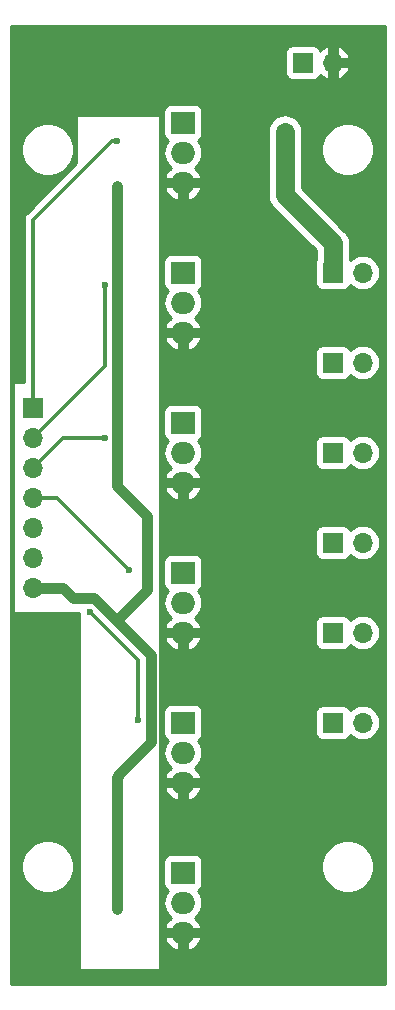
<source format=gbr>
G04 #@! TF.GenerationSoftware,KiCad,Pcbnew,(5.1.4)-1*
G04 #@! TF.CreationDate,2020-11-11T12:39:36-07:00*
G04 #@! TF.ProjectId,ABSIS_Solenoid_Driver_Accessory,41425349-535f-4536-9f6c-656e6f69645f,1*
G04 #@! TF.SameCoordinates,Original*
G04 #@! TF.FileFunction,Copper,L2,Bot*
G04 #@! TF.FilePolarity,Positive*
%FSLAX46Y46*%
G04 Gerber Fmt 4.6, Leading zero omitted, Abs format (unit mm)*
G04 Created by KiCad (PCBNEW (5.1.4)-1) date 2020-11-11 12:39:36*
%MOMM*%
%LPD*%
G04 APERTURE LIST*
%ADD10R,1.700000X1.700000*%
%ADD11O,1.700000X1.700000*%
%ADD12O,2.000000X1.905000*%
%ADD13R,2.000000X1.905000*%
%ADD14C,0.600000*%
%ADD15C,1.500000*%
%ADD16C,0.914400*%
%ADD17C,1.625600*%
%ADD18C,0.304800*%
%ADD19C,0.254000*%
G04 APERTURE END LIST*
D10*
X156210000Y-52070000D03*
D11*
X158750000Y-52070000D03*
D10*
X133350000Y-81280000D03*
D11*
X133350000Y-83820000D03*
X133350000Y-86360000D03*
X133350000Y-88900000D03*
X133350000Y-91440000D03*
X133350000Y-93980000D03*
X133350000Y-96520000D03*
X161290000Y-69850000D03*
D10*
X158750000Y-69850000D03*
X158750000Y-77470000D03*
D11*
X161290000Y-77470000D03*
X161290000Y-85090000D03*
D10*
X158750000Y-85090000D03*
X158750000Y-92710000D03*
D11*
X161290000Y-92710000D03*
X161290000Y-100330000D03*
D10*
X158750000Y-100330000D03*
X158750000Y-107950000D03*
D11*
X161290000Y-107950000D03*
D12*
X146050000Y-62230000D03*
X146050000Y-59690000D03*
D13*
X146050000Y-57150000D03*
D12*
X146050000Y-74930000D03*
X146050000Y-72390000D03*
D13*
X146050000Y-69850000D03*
X146050000Y-82550000D03*
D12*
X146050000Y-85090000D03*
X146050000Y-87630000D03*
X146050000Y-100330000D03*
X146050000Y-97790000D03*
D13*
X146050000Y-95250000D03*
X146050000Y-107950000D03*
D12*
X146050000Y-110490000D03*
X146050000Y-113030000D03*
D13*
X146050000Y-120650000D03*
D12*
X146050000Y-123190000D03*
X146050000Y-125730000D03*
D14*
X140462000Y-99314000D03*
X140462000Y-62484000D03*
X140462000Y-75184000D03*
X140462000Y-87884000D03*
X140462000Y-123698000D03*
X140462000Y-112522000D03*
D15*
X154686000Y-57912000D03*
X154686000Y-61722000D03*
X154686000Y-59944000D03*
D14*
X140462000Y-58674000D03*
X139446000Y-70866000D03*
X139446000Y-83820000D03*
X141478000Y-94996000D03*
X142240000Y-107696000D03*
X138176000Y-98552000D03*
D16*
X136739999Y-97369999D02*
X138517999Y-97369999D01*
X135890000Y-96520000D02*
X136739999Y-97369999D01*
X138517999Y-97369999D02*
X140462000Y-99314000D01*
X140462000Y-99314000D02*
X140462000Y-99314000D01*
X140462000Y-75184000D02*
X140462000Y-62484000D01*
X140462000Y-87884000D02*
X140462000Y-75184000D01*
X140462000Y-112522000D02*
X140462000Y-123698000D01*
X135890000Y-96520000D02*
X133350000Y-96520000D01*
X140761999Y-99014001D02*
X140462000Y-99314000D01*
X140462000Y-87884000D02*
X143049609Y-90471609D01*
X143049609Y-96726391D02*
X140761999Y-99014001D01*
X143049609Y-90471609D02*
X143049609Y-96726391D01*
X140462000Y-99314000D02*
X143354410Y-102206410D01*
X143354410Y-102206410D02*
X143354410Y-109629590D01*
X140761999Y-112222001D02*
X140462000Y-112522000D01*
X143354410Y-109629590D02*
X140761999Y-112222001D01*
D17*
X158750000Y-67374400D02*
X154686000Y-63310400D01*
X158750000Y-69850000D02*
X158750000Y-67374400D01*
X154686000Y-63310400D02*
X154686000Y-57912000D01*
D18*
X133350000Y-80125200D02*
X133350000Y-81280000D01*
X133350000Y-65361736D02*
X133350000Y-80125200D01*
X140037736Y-58674000D02*
X133350000Y-65361736D01*
X140462000Y-58674000D02*
X140037736Y-58674000D01*
X139446000Y-77724000D02*
X133350000Y-83820000D01*
X139446000Y-70866000D02*
X139446000Y-77724000D01*
X135890000Y-83820000D02*
X133350000Y-86360000D01*
X139446000Y-83820000D02*
X135890000Y-83820000D01*
X133350000Y-88900000D02*
X134874000Y-88900000D01*
X135382000Y-88900000D02*
X134874000Y-88900000D01*
X141478000Y-94996000D02*
X135382000Y-88900000D01*
X142240000Y-107696000D02*
X142240000Y-102616000D01*
X142240000Y-102616000D02*
X138176000Y-98552000D01*
D19*
G36*
X163145000Y-130125000D02*
G01*
X131495000Y-130125000D01*
X131495000Y-119921872D01*
X132385000Y-119921872D01*
X132385000Y-120362128D01*
X132470890Y-120793925D01*
X132639369Y-121200669D01*
X132883962Y-121566729D01*
X133195271Y-121878038D01*
X133561331Y-122122631D01*
X133968075Y-122291110D01*
X134399872Y-122377000D01*
X134840128Y-122377000D01*
X135271925Y-122291110D01*
X135678669Y-122122631D01*
X136044729Y-121878038D01*
X136356038Y-121566729D01*
X136600631Y-121200669D01*
X136769110Y-120793925D01*
X136855000Y-120362128D01*
X136855000Y-119921872D01*
X136769110Y-119490075D01*
X136600631Y-119083331D01*
X136356038Y-118717271D01*
X136044729Y-118405962D01*
X135678669Y-118161369D01*
X135271925Y-117992890D01*
X134840128Y-117907000D01*
X134399872Y-117907000D01*
X133968075Y-117992890D01*
X133561331Y-118161369D01*
X133195271Y-118405962D01*
X132883962Y-118717271D01*
X132639369Y-119083331D01*
X132470890Y-119490075D01*
X132385000Y-119921872D01*
X131495000Y-119921872D01*
X131495000Y-79248000D01*
X131699000Y-79248000D01*
X131699000Y-98552000D01*
X131701440Y-98576776D01*
X131708667Y-98600601D01*
X131720403Y-98622557D01*
X131736197Y-98641803D01*
X131755443Y-98657597D01*
X131777399Y-98669333D01*
X131801224Y-98676560D01*
X131826000Y-98679000D01*
X137247944Y-98679000D01*
X137276932Y-98824729D01*
X137287000Y-98849036D01*
X137287000Y-128778000D01*
X137289440Y-128802776D01*
X137296667Y-128826601D01*
X137308403Y-128848557D01*
X137324197Y-128867803D01*
X137343443Y-128883597D01*
X137365399Y-128895333D01*
X137389224Y-128902560D01*
X137414000Y-128905000D01*
X144018000Y-128905000D01*
X144042776Y-128902560D01*
X144066601Y-128895333D01*
X144088557Y-128883597D01*
X144107803Y-128867803D01*
X144123597Y-128848557D01*
X144135333Y-128826601D01*
X144142560Y-128802776D01*
X144145000Y-128778000D01*
X144145000Y-126294078D01*
X144518596Y-126294078D01*
X144578257Y-126421764D01*
X144740580Y-126686328D01*
X144951398Y-126914141D01*
X145202609Y-127096448D01*
X145484559Y-127226243D01*
X145725000Y-127130096D01*
X145725000Y-126055000D01*
X146375000Y-126055000D01*
X146375000Y-127130096D01*
X146615441Y-127226243D01*
X146897391Y-127096448D01*
X147148602Y-126914141D01*
X147359420Y-126686328D01*
X147521743Y-126421764D01*
X147581404Y-126294078D01*
X147488795Y-126055000D01*
X146375000Y-126055000D01*
X145725000Y-126055000D01*
X144611205Y-126055000D01*
X144518596Y-126294078D01*
X144145000Y-126294078D01*
X144145000Y-123190000D01*
X144407319Y-123190000D01*
X144437970Y-123501204D01*
X144528745Y-123800449D01*
X144676155Y-124076235D01*
X144874537Y-124317963D01*
X145057980Y-124468511D01*
X144951398Y-124545859D01*
X144740580Y-124773672D01*
X144578257Y-125038236D01*
X144518596Y-125165922D01*
X144611205Y-125405000D01*
X145725000Y-125405000D01*
X145725000Y-125385000D01*
X146375000Y-125385000D01*
X146375000Y-125405000D01*
X147488795Y-125405000D01*
X147581404Y-125165922D01*
X147521743Y-125038236D01*
X147359420Y-124773672D01*
X147148602Y-124545859D01*
X147042020Y-124468511D01*
X147225463Y-124317963D01*
X147423845Y-124076235D01*
X147571255Y-123800449D01*
X147662030Y-123501204D01*
X147692681Y-123190000D01*
X147662030Y-122878796D01*
X147571255Y-122579551D01*
X147423845Y-122303765D01*
X147320554Y-122177905D01*
X147404494Y-122133037D01*
X147501185Y-122053685D01*
X147580537Y-121956994D01*
X147639502Y-121846680D01*
X147675812Y-121726982D01*
X147688072Y-121602500D01*
X147688072Y-119921872D01*
X157785000Y-119921872D01*
X157785000Y-120362128D01*
X157870890Y-120793925D01*
X158039369Y-121200669D01*
X158283962Y-121566729D01*
X158595271Y-121878038D01*
X158961331Y-122122631D01*
X159368075Y-122291110D01*
X159799872Y-122377000D01*
X160240128Y-122377000D01*
X160671925Y-122291110D01*
X161078669Y-122122631D01*
X161444729Y-121878038D01*
X161756038Y-121566729D01*
X162000631Y-121200669D01*
X162169110Y-120793925D01*
X162255000Y-120362128D01*
X162255000Y-119921872D01*
X162169110Y-119490075D01*
X162000631Y-119083331D01*
X161756038Y-118717271D01*
X161444729Y-118405962D01*
X161078669Y-118161369D01*
X160671925Y-117992890D01*
X160240128Y-117907000D01*
X159799872Y-117907000D01*
X159368075Y-117992890D01*
X158961331Y-118161369D01*
X158595271Y-118405962D01*
X158283962Y-118717271D01*
X158039369Y-119083331D01*
X157870890Y-119490075D01*
X157785000Y-119921872D01*
X147688072Y-119921872D01*
X147688072Y-119697500D01*
X147675812Y-119573018D01*
X147639502Y-119453320D01*
X147580537Y-119343006D01*
X147501185Y-119246315D01*
X147404494Y-119166963D01*
X147294180Y-119107998D01*
X147174482Y-119071688D01*
X147050000Y-119059428D01*
X145050000Y-119059428D01*
X144925518Y-119071688D01*
X144805820Y-119107998D01*
X144695506Y-119166963D01*
X144598815Y-119246315D01*
X144519463Y-119343006D01*
X144460498Y-119453320D01*
X144424188Y-119573018D01*
X144411928Y-119697500D01*
X144411928Y-121602500D01*
X144424188Y-121726982D01*
X144460498Y-121846680D01*
X144519463Y-121956994D01*
X144598815Y-122053685D01*
X144695506Y-122133037D01*
X144779446Y-122177905D01*
X144676155Y-122303765D01*
X144528745Y-122579551D01*
X144437970Y-122878796D01*
X144407319Y-123190000D01*
X144145000Y-123190000D01*
X144145000Y-113594078D01*
X144518596Y-113594078D01*
X144578257Y-113721764D01*
X144740580Y-113986328D01*
X144951398Y-114214141D01*
X145202609Y-114396448D01*
X145484559Y-114526243D01*
X145725000Y-114430096D01*
X145725000Y-113355000D01*
X146375000Y-113355000D01*
X146375000Y-114430096D01*
X146615441Y-114526243D01*
X146897391Y-114396448D01*
X147148602Y-114214141D01*
X147359420Y-113986328D01*
X147521743Y-113721764D01*
X147581404Y-113594078D01*
X147488795Y-113355000D01*
X146375000Y-113355000D01*
X145725000Y-113355000D01*
X144611205Y-113355000D01*
X144518596Y-113594078D01*
X144145000Y-113594078D01*
X144145000Y-110490000D01*
X144407319Y-110490000D01*
X144437970Y-110801204D01*
X144528745Y-111100449D01*
X144676155Y-111376235D01*
X144874537Y-111617963D01*
X145057980Y-111768511D01*
X144951398Y-111845859D01*
X144740580Y-112073672D01*
X144578257Y-112338236D01*
X144518596Y-112465922D01*
X144611205Y-112705000D01*
X145725000Y-112705000D01*
X145725000Y-112685000D01*
X146375000Y-112685000D01*
X146375000Y-112705000D01*
X147488795Y-112705000D01*
X147581404Y-112465922D01*
X147521743Y-112338236D01*
X147359420Y-112073672D01*
X147148602Y-111845859D01*
X147042020Y-111768511D01*
X147225463Y-111617963D01*
X147423845Y-111376235D01*
X147571255Y-111100449D01*
X147662030Y-110801204D01*
X147692681Y-110490000D01*
X147662030Y-110178796D01*
X147571255Y-109879551D01*
X147423845Y-109603765D01*
X147320554Y-109477905D01*
X147404494Y-109433037D01*
X147501185Y-109353685D01*
X147580537Y-109256994D01*
X147639502Y-109146680D01*
X147675812Y-109026982D01*
X147688072Y-108902500D01*
X147688072Y-107100000D01*
X157261928Y-107100000D01*
X157261928Y-108800000D01*
X157274188Y-108924482D01*
X157310498Y-109044180D01*
X157369463Y-109154494D01*
X157448815Y-109251185D01*
X157545506Y-109330537D01*
X157655820Y-109389502D01*
X157775518Y-109425812D01*
X157900000Y-109438072D01*
X159600000Y-109438072D01*
X159724482Y-109425812D01*
X159844180Y-109389502D01*
X159954494Y-109330537D01*
X160051185Y-109251185D01*
X160130537Y-109154494D01*
X160189502Y-109044180D01*
X160210393Y-108975313D01*
X160234866Y-109005134D01*
X160460986Y-109190706D01*
X160718966Y-109328599D01*
X160998889Y-109413513D01*
X161217050Y-109435000D01*
X161362950Y-109435000D01*
X161581111Y-109413513D01*
X161861034Y-109328599D01*
X162119014Y-109190706D01*
X162345134Y-109005134D01*
X162530706Y-108779014D01*
X162668599Y-108521034D01*
X162753513Y-108241111D01*
X162782185Y-107950000D01*
X162753513Y-107658889D01*
X162668599Y-107378966D01*
X162530706Y-107120986D01*
X162345134Y-106894866D01*
X162119014Y-106709294D01*
X161861034Y-106571401D01*
X161581111Y-106486487D01*
X161362950Y-106465000D01*
X161217050Y-106465000D01*
X160998889Y-106486487D01*
X160718966Y-106571401D01*
X160460986Y-106709294D01*
X160234866Y-106894866D01*
X160210393Y-106924687D01*
X160189502Y-106855820D01*
X160130537Y-106745506D01*
X160051185Y-106648815D01*
X159954494Y-106569463D01*
X159844180Y-106510498D01*
X159724482Y-106474188D01*
X159600000Y-106461928D01*
X157900000Y-106461928D01*
X157775518Y-106474188D01*
X157655820Y-106510498D01*
X157545506Y-106569463D01*
X157448815Y-106648815D01*
X157369463Y-106745506D01*
X157310498Y-106855820D01*
X157274188Y-106975518D01*
X157261928Y-107100000D01*
X147688072Y-107100000D01*
X147688072Y-106997500D01*
X147675812Y-106873018D01*
X147639502Y-106753320D01*
X147580537Y-106643006D01*
X147501185Y-106546315D01*
X147404494Y-106466963D01*
X147294180Y-106407998D01*
X147174482Y-106371688D01*
X147050000Y-106359428D01*
X145050000Y-106359428D01*
X144925518Y-106371688D01*
X144805820Y-106407998D01*
X144695506Y-106466963D01*
X144598815Y-106546315D01*
X144519463Y-106643006D01*
X144460498Y-106753320D01*
X144424188Y-106873018D01*
X144411928Y-106997500D01*
X144411928Y-108902500D01*
X144424188Y-109026982D01*
X144460498Y-109146680D01*
X144519463Y-109256994D01*
X144598815Y-109353685D01*
X144695506Y-109433037D01*
X144779446Y-109477905D01*
X144676155Y-109603765D01*
X144528745Y-109879551D01*
X144437970Y-110178796D01*
X144407319Y-110490000D01*
X144145000Y-110490000D01*
X144145000Y-100894078D01*
X144518596Y-100894078D01*
X144578257Y-101021764D01*
X144740580Y-101286328D01*
X144951398Y-101514141D01*
X145202609Y-101696448D01*
X145484559Y-101826243D01*
X145725000Y-101730096D01*
X145725000Y-100655000D01*
X146375000Y-100655000D01*
X146375000Y-101730096D01*
X146615441Y-101826243D01*
X146897391Y-101696448D01*
X147148602Y-101514141D01*
X147359420Y-101286328D01*
X147521743Y-101021764D01*
X147581404Y-100894078D01*
X147488795Y-100655000D01*
X146375000Y-100655000D01*
X145725000Y-100655000D01*
X144611205Y-100655000D01*
X144518596Y-100894078D01*
X144145000Y-100894078D01*
X144145000Y-97790000D01*
X144407319Y-97790000D01*
X144437970Y-98101204D01*
X144528745Y-98400449D01*
X144676155Y-98676235D01*
X144874537Y-98917963D01*
X145057980Y-99068511D01*
X144951398Y-99145859D01*
X144740580Y-99373672D01*
X144578257Y-99638236D01*
X144518596Y-99765922D01*
X144611205Y-100005000D01*
X145725000Y-100005000D01*
X145725000Y-99985000D01*
X146375000Y-99985000D01*
X146375000Y-100005000D01*
X147488795Y-100005000D01*
X147581404Y-99765922D01*
X147521743Y-99638236D01*
X147424658Y-99480000D01*
X157261928Y-99480000D01*
X157261928Y-101180000D01*
X157274188Y-101304482D01*
X157310498Y-101424180D01*
X157369463Y-101534494D01*
X157448815Y-101631185D01*
X157545506Y-101710537D01*
X157655820Y-101769502D01*
X157775518Y-101805812D01*
X157900000Y-101818072D01*
X159600000Y-101818072D01*
X159724482Y-101805812D01*
X159844180Y-101769502D01*
X159954494Y-101710537D01*
X160051185Y-101631185D01*
X160130537Y-101534494D01*
X160189502Y-101424180D01*
X160210393Y-101355313D01*
X160234866Y-101385134D01*
X160460986Y-101570706D01*
X160718966Y-101708599D01*
X160998889Y-101793513D01*
X161217050Y-101815000D01*
X161362950Y-101815000D01*
X161581111Y-101793513D01*
X161861034Y-101708599D01*
X162119014Y-101570706D01*
X162345134Y-101385134D01*
X162530706Y-101159014D01*
X162668599Y-100901034D01*
X162753513Y-100621111D01*
X162782185Y-100330000D01*
X162753513Y-100038889D01*
X162668599Y-99758966D01*
X162530706Y-99500986D01*
X162345134Y-99274866D01*
X162119014Y-99089294D01*
X161861034Y-98951401D01*
X161581111Y-98866487D01*
X161362950Y-98845000D01*
X161217050Y-98845000D01*
X160998889Y-98866487D01*
X160718966Y-98951401D01*
X160460986Y-99089294D01*
X160234866Y-99274866D01*
X160210393Y-99304687D01*
X160189502Y-99235820D01*
X160130537Y-99125506D01*
X160051185Y-99028815D01*
X159954494Y-98949463D01*
X159844180Y-98890498D01*
X159724482Y-98854188D01*
X159600000Y-98841928D01*
X157900000Y-98841928D01*
X157775518Y-98854188D01*
X157655820Y-98890498D01*
X157545506Y-98949463D01*
X157448815Y-99028815D01*
X157369463Y-99125506D01*
X157310498Y-99235820D01*
X157274188Y-99355518D01*
X157261928Y-99480000D01*
X147424658Y-99480000D01*
X147359420Y-99373672D01*
X147148602Y-99145859D01*
X147042020Y-99068511D01*
X147225463Y-98917963D01*
X147423845Y-98676235D01*
X147571255Y-98400449D01*
X147662030Y-98101204D01*
X147692681Y-97790000D01*
X147662030Y-97478796D01*
X147571255Y-97179551D01*
X147423845Y-96903765D01*
X147320554Y-96777905D01*
X147404494Y-96733037D01*
X147501185Y-96653685D01*
X147580537Y-96556994D01*
X147639502Y-96446680D01*
X147675812Y-96326982D01*
X147688072Y-96202500D01*
X147688072Y-94297500D01*
X147675812Y-94173018D01*
X147639502Y-94053320D01*
X147580537Y-93943006D01*
X147501185Y-93846315D01*
X147404494Y-93766963D01*
X147294180Y-93707998D01*
X147174482Y-93671688D01*
X147050000Y-93659428D01*
X145050000Y-93659428D01*
X144925518Y-93671688D01*
X144805820Y-93707998D01*
X144695506Y-93766963D01*
X144598815Y-93846315D01*
X144519463Y-93943006D01*
X144460498Y-94053320D01*
X144424188Y-94173018D01*
X144411928Y-94297500D01*
X144411928Y-96202500D01*
X144424188Y-96326982D01*
X144460498Y-96446680D01*
X144519463Y-96556994D01*
X144598815Y-96653685D01*
X144695506Y-96733037D01*
X144779446Y-96777905D01*
X144676155Y-96903765D01*
X144528745Y-97179551D01*
X144437970Y-97478796D01*
X144407319Y-97790000D01*
X144145000Y-97790000D01*
X144145000Y-91860000D01*
X157261928Y-91860000D01*
X157261928Y-93560000D01*
X157274188Y-93684482D01*
X157310498Y-93804180D01*
X157369463Y-93914494D01*
X157448815Y-94011185D01*
X157545506Y-94090537D01*
X157655820Y-94149502D01*
X157775518Y-94185812D01*
X157900000Y-94198072D01*
X159600000Y-94198072D01*
X159724482Y-94185812D01*
X159844180Y-94149502D01*
X159954494Y-94090537D01*
X160051185Y-94011185D01*
X160130537Y-93914494D01*
X160189502Y-93804180D01*
X160210393Y-93735313D01*
X160234866Y-93765134D01*
X160460986Y-93950706D01*
X160718966Y-94088599D01*
X160998889Y-94173513D01*
X161217050Y-94195000D01*
X161362950Y-94195000D01*
X161581111Y-94173513D01*
X161861034Y-94088599D01*
X162119014Y-93950706D01*
X162345134Y-93765134D01*
X162530706Y-93539014D01*
X162668599Y-93281034D01*
X162753513Y-93001111D01*
X162782185Y-92710000D01*
X162753513Y-92418889D01*
X162668599Y-92138966D01*
X162530706Y-91880986D01*
X162345134Y-91654866D01*
X162119014Y-91469294D01*
X161861034Y-91331401D01*
X161581111Y-91246487D01*
X161362950Y-91225000D01*
X161217050Y-91225000D01*
X160998889Y-91246487D01*
X160718966Y-91331401D01*
X160460986Y-91469294D01*
X160234866Y-91654866D01*
X160210393Y-91684687D01*
X160189502Y-91615820D01*
X160130537Y-91505506D01*
X160051185Y-91408815D01*
X159954494Y-91329463D01*
X159844180Y-91270498D01*
X159724482Y-91234188D01*
X159600000Y-91221928D01*
X157900000Y-91221928D01*
X157775518Y-91234188D01*
X157655820Y-91270498D01*
X157545506Y-91329463D01*
X157448815Y-91408815D01*
X157369463Y-91505506D01*
X157310498Y-91615820D01*
X157274188Y-91735518D01*
X157261928Y-91860000D01*
X144145000Y-91860000D01*
X144145000Y-88194078D01*
X144518596Y-88194078D01*
X144578257Y-88321764D01*
X144740580Y-88586328D01*
X144951398Y-88814141D01*
X145202609Y-88996448D01*
X145484559Y-89126243D01*
X145725000Y-89030096D01*
X145725000Y-87955000D01*
X146375000Y-87955000D01*
X146375000Y-89030096D01*
X146615441Y-89126243D01*
X146897391Y-88996448D01*
X147148602Y-88814141D01*
X147359420Y-88586328D01*
X147521743Y-88321764D01*
X147581404Y-88194078D01*
X147488795Y-87955000D01*
X146375000Y-87955000D01*
X145725000Y-87955000D01*
X144611205Y-87955000D01*
X144518596Y-88194078D01*
X144145000Y-88194078D01*
X144145000Y-85090000D01*
X144407319Y-85090000D01*
X144437970Y-85401204D01*
X144528745Y-85700449D01*
X144676155Y-85976235D01*
X144874537Y-86217963D01*
X145057980Y-86368511D01*
X144951398Y-86445859D01*
X144740580Y-86673672D01*
X144578257Y-86938236D01*
X144518596Y-87065922D01*
X144611205Y-87305000D01*
X145725000Y-87305000D01*
X145725000Y-87285000D01*
X146375000Y-87285000D01*
X146375000Y-87305000D01*
X147488795Y-87305000D01*
X147581404Y-87065922D01*
X147521743Y-86938236D01*
X147359420Y-86673672D01*
X147148602Y-86445859D01*
X147042020Y-86368511D01*
X147225463Y-86217963D01*
X147423845Y-85976235D01*
X147571255Y-85700449D01*
X147662030Y-85401204D01*
X147692681Y-85090000D01*
X147662030Y-84778796D01*
X147571255Y-84479551D01*
X147443213Y-84240000D01*
X157261928Y-84240000D01*
X157261928Y-85940000D01*
X157274188Y-86064482D01*
X157310498Y-86184180D01*
X157369463Y-86294494D01*
X157448815Y-86391185D01*
X157545506Y-86470537D01*
X157655820Y-86529502D01*
X157775518Y-86565812D01*
X157900000Y-86578072D01*
X159600000Y-86578072D01*
X159724482Y-86565812D01*
X159844180Y-86529502D01*
X159954494Y-86470537D01*
X160051185Y-86391185D01*
X160130537Y-86294494D01*
X160189502Y-86184180D01*
X160210393Y-86115313D01*
X160234866Y-86145134D01*
X160460986Y-86330706D01*
X160718966Y-86468599D01*
X160998889Y-86553513D01*
X161217050Y-86575000D01*
X161362950Y-86575000D01*
X161581111Y-86553513D01*
X161861034Y-86468599D01*
X162119014Y-86330706D01*
X162345134Y-86145134D01*
X162530706Y-85919014D01*
X162668599Y-85661034D01*
X162753513Y-85381111D01*
X162782185Y-85090000D01*
X162753513Y-84798889D01*
X162668599Y-84518966D01*
X162530706Y-84260986D01*
X162345134Y-84034866D01*
X162119014Y-83849294D01*
X161861034Y-83711401D01*
X161581111Y-83626487D01*
X161362950Y-83605000D01*
X161217050Y-83605000D01*
X160998889Y-83626487D01*
X160718966Y-83711401D01*
X160460986Y-83849294D01*
X160234866Y-84034866D01*
X160210393Y-84064687D01*
X160189502Y-83995820D01*
X160130537Y-83885506D01*
X160051185Y-83788815D01*
X159954494Y-83709463D01*
X159844180Y-83650498D01*
X159724482Y-83614188D01*
X159600000Y-83601928D01*
X157900000Y-83601928D01*
X157775518Y-83614188D01*
X157655820Y-83650498D01*
X157545506Y-83709463D01*
X157448815Y-83788815D01*
X157369463Y-83885506D01*
X157310498Y-83995820D01*
X157274188Y-84115518D01*
X157261928Y-84240000D01*
X147443213Y-84240000D01*
X147423845Y-84203765D01*
X147320554Y-84077905D01*
X147404494Y-84033037D01*
X147501185Y-83953685D01*
X147580537Y-83856994D01*
X147639502Y-83746680D01*
X147675812Y-83626982D01*
X147688072Y-83502500D01*
X147688072Y-81597500D01*
X147675812Y-81473018D01*
X147639502Y-81353320D01*
X147580537Y-81243006D01*
X147501185Y-81146315D01*
X147404494Y-81066963D01*
X147294180Y-81007998D01*
X147174482Y-80971688D01*
X147050000Y-80959428D01*
X145050000Y-80959428D01*
X144925518Y-80971688D01*
X144805820Y-81007998D01*
X144695506Y-81066963D01*
X144598815Y-81146315D01*
X144519463Y-81243006D01*
X144460498Y-81353320D01*
X144424188Y-81473018D01*
X144411928Y-81597500D01*
X144411928Y-83502500D01*
X144424188Y-83626982D01*
X144460498Y-83746680D01*
X144519463Y-83856994D01*
X144598815Y-83953685D01*
X144695506Y-84033037D01*
X144779446Y-84077905D01*
X144676155Y-84203765D01*
X144528745Y-84479551D01*
X144437970Y-84778796D01*
X144407319Y-85090000D01*
X144145000Y-85090000D01*
X144145000Y-76620000D01*
X157261928Y-76620000D01*
X157261928Y-78320000D01*
X157274188Y-78444482D01*
X157310498Y-78564180D01*
X157369463Y-78674494D01*
X157448815Y-78771185D01*
X157545506Y-78850537D01*
X157655820Y-78909502D01*
X157775518Y-78945812D01*
X157900000Y-78958072D01*
X159600000Y-78958072D01*
X159724482Y-78945812D01*
X159844180Y-78909502D01*
X159954494Y-78850537D01*
X160051185Y-78771185D01*
X160130537Y-78674494D01*
X160189502Y-78564180D01*
X160210393Y-78495313D01*
X160234866Y-78525134D01*
X160460986Y-78710706D01*
X160718966Y-78848599D01*
X160998889Y-78933513D01*
X161217050Y-78955000D01*
X161362950Y-78955000D01*
X161581111Y-78933513D01*
X161861034Y-78848599D01*
X162119014Y-78710706D01*
X162345134Y-78525134D01*
X162530706Y-78299014D01*
X162668599Y-78041034D01*
X162753513Y-77761111D01*
X162782185Y-77470000D01*
X162753513Y-77178889D01*
X162668599Y-76898966D01*
X162530706Y-76640986D01*
X162345134Y-76414866D01*
X162119014Y-76229294D01*
X161861034Y-76091401D01*
X161581111Y-76006487D01*
X161362950Y-75985000D01*
X161217050Y-75985000D01*
X160998889Y-76006487D01*
X160718966Y-76091401D01*
X160460986Y-76229294D01*
X160234866Y-76414866D01*
X160210393Y-76444687D01*
X160189502Y-76375820D01*
X160130537Y-76265506D01*
X160051185Y-76168815D01*
X159954494Y-76089463D01*
X159844180Y-76030498D01*
X159724482Y-75994188D01*
X159600000Y-75981928D01*
X157900000Y-75981928D01*
X157775518Y-75994188D01*
X157655820Y-76030498D01*
X157545506Y-76089463D01*
X157448815Y-76168815D01*
X157369463Y-76265506D01*
X157310498Y-76375820D01*
X157274188Y-76495518D01*
X157261928Y-76620000D01*
X144145000Y-76620000D01*
X144145000Y-75494078D01*
X144518596Y-75494078D01*
X144578257Y-75621764D01*
X144740580Y-75886328D01*
X144951398Y-76114141D01*
X145202609Y-76296448D01*
X145484559Y-76426243D01*
X145725000Y-76330096D01*
X145725000Y-75255000D01*
X146375000Y-75255000D01*
X146375000Y-76330096D01*
X146615441Y-76426243D01*
X146897391Y-76296448D01*
X147148602Y-76114141D01*
X147359420Y-75886328D01*
X147521743Y-75621764D01*
X147581404Y-75494078D01*
X147488795Y-75255000D01*
X146375000Y-75255000D01*
X145725000Y-75255000D01*
X144611205Y-75255000D01*
X144518596Y-75494078D01*
X144145000Y-75494078D01*
X144145000Y-72390000D01*
X144407319Y-72390000D01*
X144437970Y-72701204D01*
X144528745Y-73000449D01*
X144676155Y-73276235D01*
X144874537Y-73517963D01*
X145057980Y-73668511D01*
X144951398Y-73745859D01*
X144740580Y-73973672D01*
X144578257Y-74238236D01*
X144518596Y-74365922D01*
X144611205Y-74605000D01*
X145725000Y-74605000D01*
X145725000Y-74585000D01*
X146375000Y-74585000D01*
X146375000Y-74605000D01*
X147488795Y-74605000D01*
X147581404Y-74365922D01*
X147521743Y-74238236D01*
X147359420Y-73973672D01*
X147148602Y-73745859D01*
X147042020Y-73668511D01*
X147225463Y-73517963D01*
X147423845Y-73276235D01*
X147571255Y-73000449D01*
X147662030Y-72701204D01*
X147692681Y-72390000D01*
X147662030Y-72078796D01*
X147571255Y-71779551D01*
X147423845Y-71503765D01*
X147320554Y-71377905D01*
X147404494Y-71333037D01*
X147501185Y-71253685D01*
X147580537Y-71156994D01*
X147639502Y-71046680D01*
X147675812Y-70926982D01*
X147688072Y-70802500D01*
X147688072Y-68897500D01*
X147675812Y-68773018D01*
X147639502Y-68653320D01*
X147580537Y-68543006D01*
X147501185Y-68446315D01*
X147404494Y-68366963D01*
X147294180Y-68307998D01*
X147174482Y-68271688D01*
X147050000Y-68259428D01*
X145050000Y-68259428D01*
X144925518Y-68271688D01*
X144805820Y-68307998D01*
X144695506Y-68366963D01*
X144598815Y-68446315D01*
X144519463Y-68543006D01*
X144460498Y-68653320D01*
X144424188Y-68773018D01*
X144411928Y-68897500D01*
X144411928Y-70802500D01*
X144424188Y-70926982D01*
X144460498Y-71046680D01*
X144519463Y-71156994D01*
X144598815Y-71253685D01*
X144695506Y-71333037D01*
X144779446Y-71377905D01*
X144676155Y-71503765D01*
X144528745Y-71779551D01*
X144437970Y-72078796D01*
X144407319Y-72390000D01*
X144145000Y-72390000D01*
X144145000Y-62794078D01*
X144518596Y-62794078D01*
X144578257Y-62921764D01*
X144740580Y-63186328D01*
X144951398Y-63414141D01*
X145202609Y-63596448D01*
X145484559Y-63726243D01*
X145725000Y-63630096D01*
X145725000Y-62555000D01*
X146375000Y-62555000D01*
X146375000Y-63630096D01*
X146615441Y-63726243D01*
X146897391Y-63596448D01*
X147148602Y-63414141D01*
X147244603Y-63310400D01*
X153231196Y-63310400D01*
X153238200Y-63381512D01*
X153238200Y-63381521D01*
X153259149Y-63594217D01*
X153341935Y-63867129D01*
X153476375Y-64118646D01*
X153611960Y-64283858D01*
X153611966Y-64283864D01*
X153657298Y-64339101D01*
X153712536Y-64384434D01*
X157302201Y-67974100D01*
X157302200Y-68783173D01*
X157274188Y-68875518D01*
X157261928Y-69000000D01*
X157261928Y-70700000D01*
X157274188Y-70824482D01*
X157310498Y-70944180D01*
X157369463Y-71054494D01*
X157448815Y-71151185D01*
X157545506Y-71230537D01*
X157655820Y-71289502D01*
X157775518Y-71325812D01*
X157900000Y-71338072D01*
X159600000Y-71338072D01*
X159724482Y-71325812D01*
X159844180Y-71289502D01*
X159954494Y-71230537D01*
X160051185Y-71151185D01*
X160130537Y-71054494D01*
X160189502Y-70944180D01*
X160210393Y-70875313D01*
X160234866Y-70905134D01*
X160460986Y-71090706D01*
X160718966Y-71228599D01*
X160998889Y-71313513D01*
X161217050Y-71335000D01*
X161362950Y-71335000D01*
X161581111Y-71313513D01*
X161861034Y-71228599D01*
X162119014Y-71090706D01*
X162345134Y-70905134D01*
X162530706Y-70679014D01*
X162668599Y-70421034D01*
X162753513Y-70141111D01*
X162782185Y-69850000D01*
X162753513Y-69558889D01*
X162668599Y-69278966D01*
X162530706Y-69020986D01*
X162345134Y-68794866D01*
X162119014Y-68609294D01*
X161861034Y-68471401D01*
X161581111Y-68386487D01*
X161362950Y-68365000D01*
X161217050Y-68365000D01*
X160998889Y-68386487D01*
X160718966Y-68471401D01*
X160460986Y-68609294D01*
X160234866Y-68794866D01*
X160210393Y-68824687D01*
X160197800Y-68783175D01*
X160197800Y-67445514D01*
X160204804Y-67374400D01*
X160197800Y-67303285D01*
X160197800Y-67303278D01*
X160176851Y-67090582D01*
X160094065Y-66817670D01*
X159959626Y-66566154D01*
X159941087Y-66543564D01*
X159824040Y-66400941D01*
X159824034Y-66400935D01*
X159778702Y-66345698D01*
X159723465Y-66300366D01*
X156133800Y-62710702D01*
X156133800Y-59215872D01*
X157785000Y-59215872D01*
X157785000Y-59656128D01*
X157870890Y-60087925D01*
X158039369Y-60494669D01*
X158283962Y-60860729D01*
X158595271Y-61172038D01*
X158961331Y-61416631D01*
X159368075Y-61585110D01*
X159799872Y-61671000D01*
X160240128Y-61671000D01*
X160671925Y-61585110D01*
X161078669Y-61416631D01*
X161444729Y-61172038D01*
X161756038Y-60860729D01*
X162000631Y-60494669D01*
X162169110Y-60087925D01*
X162255000Y-59656128D01*
X162255000Y-59215872D01*
X162169110Y-58784075D01*
X162000631Y-58377331D01*
X161756038Y-58011271D01*
X161444729Y-57699962D01*
X161078669Y-57455369D01*
X160671925Y-57286890D01*
X160240128Y-57201000D01*
X159799872Y-57201000D01*
X159368075Y-57286890D01*
X158961331Y-57455369D01*
X158595271Y-57699962D01*
X158283962Y-58011271D01*
X158039369Y-58377331D01*
X157870890Y-58784075D01*
X157785000Y-59215872D01*
X156133800Y-59215872D01*
X156133800Y-57840878D01*
X156112851Y-57628182D01*
X156030065Y-57355270D01*
X155895626Y-57103754D01*
X155714702Y-56883298D01*
X155494246Y-56702374D01*
X155242730Y-56567935D01*
X154969818Y-56485149D01*
X154686000Y-56457195D01*
X154402183Y-56485149D01*
X154129271Y-56567935D01*
X153877755Y-56702374D01*
X153657299Y-56883298D01*
X153476375Y-57103754D01*
X153341936Y-57355270D01*
X153259150Y-57628182D01*
X153238201Y-57840878D01*
X153238200Y-63239288D01*
X153231196Y-63310400D01*
X147244603Y-63310400D01*
X147359420Y-63186328D01*
X147521743Y-62921764D01*
X147581404Y-62794078D01*
X147488795Y-62555000D01*
X146375000Y-62555000D01*
X145725000Y-62555000D01*
X144611205Y-62555000D01*
X144518596Y-62794078D01*
X144145000Y-62794078D01*
X144145000Y-59690000D01*
X144407319Y-59690000D01*
X144437970Y-60001204D01*
X144528745Y-60300449D01*
X144676155Y-60576235D01*
X144874537Y-60817963D01*
X145057980Y-60968511D01*
X144951398Y-61045859D01*
X144740580Y-61273672D01*
X144578257Y-61538236D01*
X144518596Y-61665922D01*
X144611205Y-61905000D01*
X145725000Y-61905000D01*
X145725000Y-61885000D01*
X146375000Y-61885000D01*
X146375000Y-61905000D01*
X147488795Y-61905000D01*
X147581404Y-61665922D01*
X147521743Y-61538236D01*
X147359420Y-61273672D01*
X147148602Y-61045859D01*
X147042020Y-60968511D01*
X147225463Y-60817963D01*
X147423845Y-60576235D01*
X147571255Y-60300449D01*
X147662030Y-60001204D01*
X147692681Y-59690000D01*
X147662030Y-59378796D01*
X147571255Y-59079551D01*
X147423845Y-58803765D01*
X147320554Y-58677905D01*
X147404494Y-58633037D01*
X147501185Y-58553685D01*
X147580537Y-58456994D01*
X147639502Y-58346680D01*
X147675812Y-58226982D01*
X147688072Y-58102500D01*
X147688072Y-56197500D01*
X147675812Y-56073018D01*
X147639502Y-55953320D01*
X147580537Y-55843006D01*
X147501185Y-55746315D01*
X147404494Y-55666963D01*
X147294180Y-55607998D01*
X147174482Y-55571688D01*
X147050000Y-55559428D01*
X145050000Y-55559428D01*
X144925518Y-55571688D01*
X144805820Y-55607998D01*
X144695506Y-55666963D01*
X144598815Y-55746315D01*
X144519463Y-55843006D01*
X144460498Y-55953320D01*
X144424188Y-56073018D01*
X144411928Y-56197500D01*
X144411928Y-58102500D01*
X144424188Y-58226982D01*
X144460498Y-58346680D01*
X144519463Y-58456994D01*
X144598815Y-58553685D01*
X144695506Y-58633037D01*
X144779446Y-58677905D01*
X144676155Y-58803765D01*
X144528745Y-59079551D01*
X144437970Y-59378796D01*
X144407319Y-59690000D01*
X144145000Y-59690000D01*
X144145000Y-56642000D01*
X144142560Y-56617224D01*
X144135333Y-56593399D01*
X144123597Y-56571443D01*
X144107803Y-56552197D01*
X144088557Y-56536403D01*
X144066601Y-56524667D01*
X144042776Y-56517440D01*
X144018000Y-56515000D01*
X137160000Y-56515000D01*
X137135224Y-56517440D01*
X137111399Y-56524667D01*
X137089443Y-56536403D01*
X137070197Y-56552197D01*
X137054403Y-56571443D01*
X137042667Y-56593399D01*
X137035440Y-56617224D01*
X137033000Y-56642000D01*
X137033000Y-60565185D01*
X132820578Y-64777608D01*
X132790531Y-64802267D01*
X132692134Y-64922165D01*
X132619018Y-65058954D01*
X132573994Y-65207380D01*
X132562600Y-65323064D01*
X132562600Y-65323073D01*
X132558792Y-65361736D01*
X132562600Y-65400399D01*
X132562601Y-79121000D01*
X131826000Y-79121000D01*
X131801224Y-79123440D01*
X131777399Y-79130667D01*
X131755443Y-79142403D01*
X131736197Y-79158197D01*
X131720403Y-79177443D01*
X131708667Y-79199399D01*
X131701440Y-79223224D01*
X131699000Y-79248000D01*
X131495000Y-79248000D01*
X131495000Y-59215872D01*
X132385000Y-59215872D01*
X132385000Y-59656128D01*
X132470890Y-60087925D01*
X132639369Y-60494669D01*
X132883962Y-60860729D01*
X133195271Y-61172038D01*
X133561331Y-61416631D01*
X133968075Y-61585110D01*
X134399872Y-61671000D01*
X134840128Y-61671000D01*
X135271925Y-61585110D01*
X135678669Y-61416631D01*
X136044729Y-61172038D01*
X136356038Y-60860729D01*
X136600631Y-60494669D01*
X136769110Y-60087925D01*
X136855000Y-59656128D01*
X136855000Y-59215872D01*
X136769110Y-58784075D01*
X136600631Y-58377331D01*
X136356038Y-58011271D01*
X136044729Y-57699962D01*
X135678669Y-57455369D01*
X135271925Y-57286890D01*
X134840128Y-57201000D01*
X134399872Y-57201000D01*
X133968075Y-57286890D01*
X133561331Y-57455369D01*
X133195271Y-57699962D01*
X132883962Y-58011271D01*
X132639369Y-58377331D01*
X132470890Y-58784075D01*
X132385000Y-59215872D01*
X131495000Y-59215872D01*
X131495000Y-51220000D01*
X154721928Y-51220000D01*
X154721928Y-52920000D01*
X154734188Y-53044482D01*
X154770498Y-53164180D01*
X154829463Y-53274494D01*
X154908815Y-53371185D01*
X155005506Y-53450537D01*
X155115820Y-53509502D01*
X155235518Y-53545812D01*
X155360000Y-53558072D01*
X157060000Y-53558072D01*
X157184482Y-53545812D01*
X157304180Y-53509502D01*
X157414494Y-53450537D01*
X157511185Y-53371185D01*
X157590537Y-53274494D01*
X157649502Y-53164180D01*
X157672283Y-53089082D01*
X157684327Y-53104215D01*
X157906569Y-53292245D01*
X158161223Y-53433305D01*
X158202328Y-53450319D01*
X158425000Y-53355813D01*
X158425000Y-52395000D01*
X159075000Y-52395000D01*
X159075000Y-53355813D01*
X159297672Y-53450319D01*
X159338777Y-53433305D01*
X159593431Y-53292245D01*
X159815673Y-53104215D01*
X159996962Y-52876440D01*
X160130331Y-52617674D01*
X160040262Y-52395000D01*
X159075000Y-52395000D01*
X158425000Y-52395000D01*
X158405000Y-52395000D01*
X158405000Y-51745000D01*
X158425000Y-51745000D01*
X158425000Y-50784187D01*
X159075000Y-50784187D01*
X159075000Y-51745000D01*
X160040262Y-51745000D01*
X160130331Y-51522326D01*
X159996962Y-51263560D01*
X159815673Y-51035785D01*
X159593431Y-50847755D01*
X159338777Y-50706695D01*
X159297672Y-50689681D01*
X159075000Y-50784187D01*
X158425000Y-50784187D01*
X158202328Y-50689681D01*
X158161223Y-50706695D01*
X157906569Y-50847755D01*
X157684327Y-51035785D01*
X157672283Y-51050918D01*
X157649502Y-50975820D01*
X157590537Y-50865506D01*
X157511185Y-50768815D01*
X157414494Y-50689463D01*
X157304180Y-50630498D01*
X157184482Y-50594188D01*
X157060000Y-50581928D01*
X155360000Y-50581928D01*
X155235518Y-50594188D01*
X155115820Y-50630498D01*
X155005506Y-50689463D01*
X154908815Y-50768815D01*
X154829463Y-50865506D01*
X154770498Y-50975820D01*
X154734188Y-51095518D01*
X154721928Y-51220000D01*
X131495000Y-51220000D01*
X131495000Y-48945000D01*
X163145001Y-48945000D01*
X163145000Y-130125000D01*
X163145000Y-130125000D01*
G37*
X163145000Y-130125000D02*
X131495000Y-130125000D01*
X131495000Y-119921872D01*
X132385000Y-119921872D01*
X132385000Y-120362128D01*
X132470890Y-120793925D01*
X132639369Y-121200669D01*
X132883962Y-121566729D01*
X133195271Y-121878038D01*
X133561331Y-122122631D01*
X133968075Y-122291110D01*
X134399872Y-122377000D01*
X134840128Y-122377000D01*
X135271925Y-122291110D01*
X135678669Y-122122631D01*
X136044729Y-121878038D01*
X136356038Y-121566729D01*
X136600631Y-121200669D01*
X136769110Y-120793925D01*
X136855000Y-120362128D01*
X136855000Y-119921872D01*
X136769110Y-119490075D01*
X136600631Y-119083331D01*
X136356038Y-118717271D01*
X136044729Y-118405962D01*
X135678669Y-118161369D01*
X135271925Y-117992890D01*
X134840128Y-117907000D01*
X134399872Y-117907000D01*
X133968075Y-117992890D01*
X133561331Y-118161369D01*
X133195271Y-118405962D01*
X132883962Y-118717271D01*
X132639369Y-119083331D01*
X132470890Y-119490075D01*
X132385000Y-119921872D01*
X131495000Y-119921872D01*
X131495000Y-79248000D01*
X131699000Y-79248000D01*
X131699000Y-98552000D01*
X131701440Y-98576776D01*
X131708667Y-98600601D01*
X131720403Y-98622557D01*
X131736197Y-98641803D01*
X131755443Y-98657597D01*
X131777399Y-98669333D01*
X131801224Y-98676560D01*
X131826000Y-98679000D01*
X137247944Y-98679000D01*
X137276932Y-98824729D01*
X137287000Y-98849036D01*
X137287000Y-128778000D01*
X137289440Y-128802776D01*
X137296667Y-128826601D01*
X137308403Y-128848557D01*
X137324197Y-128867803D01*
X137343443Y-128883597D01*
X137365399Y-128895333D01*
X137389224Y-128902560D01*
X137414000Y-128905000D01*
X144018000Y-128905000D01*
X144042776Y-128902560D01*
X144066601Y-128895333D01*
X144088557Y-128883597D01*
X144107803Y-128867803D01*
X144123597Y-128848557D01*
X144135333Y-128826601D01*
X144142560Y-128802776D01*
X144145000Y-128778000D01*
X144145000Y-126294078D01*
X144518596Y-126294078D01*
X144578257Y-126421764D01*
X144740580Y-126686328D01*
X144951398Y-126914141D01*
X145202609Y-127096448D01*
X145484559Y-127226243D01*
X145725000Y-127130096D01*
X145725000Y-126055000D01*
X146375000Y-126055000D01*
X146375000Y-127130096D01*
X146615441Y-127226243D01*
X146897391Y-127096448D01*
X147148602Y-126914141D01*
X147359420Y-126686328D01*
X147521743Y-126421764D01*
X147581404Y-126294078D01*
X147488795Y-126055000D01*
X146375000Y-126055000D01*
X145725000Y-126055000D01*
X144611205Y-126055000D01*
X144518596Y-126294078D01*
X144145000Y-126294078D01*
X144145000Y-123190000D01*
X144407319Y-123190000D01*
X144437970Y-123501204D01*
X144528745Y-123800449D01*
X144676155Y-124076235D01*
X144874537Y-124317963D01*
X145057980Y-124468511D01*
X144951398Y-124545859D01*
X144740580Y-124773672D01*
X144578257Y-125038236D01*
X144518596Y-125165922D01*
X144611205Y-125405000D01*
X145725000Y-125405000D01*
X145725000Y-125385000D01*
X146375000Y-125385000D01*
X146375000Y-125405000D01*
X147488795Y-125405000D01*
X147581404Y-125165922D01*
X147521743Y-125038236D01*
X147359420Y-124773672D01*
X147148602Y-124545859D01*
X147042020Y-124468511D01*
X147225463Y-124317963D01*
X147423845Y-124076235D01*
X147571255Y-123800449D01*
X147662030Y-123501204D01*
X147692681Y-123190000D01*
X147662030Y-122878796D01*
X147571255Y-122579551D01*
X147423845Y-122303765D01*
X147320554Y-122177905D01*
X147404494Y-122133037D01*
X147501185Y-122053685D01*
X147580537Y-121956994D01*
X147639502Y-121846680D01*
X147675812Y-121726982D01*
X147688072Y-121602500D01*
X147688072Y-119921872D01*
X157785000Y-119921872D01*
X157785000Y-120362128D01*
X157870890Y-120793925D01*
X158039369Y-121200669D01*
X158283962Y-121566729D01*
X158595271Y-121878038D01*
X158961331Y-122122631D01*
X159368075Y-122291110D01*
X159799872Y-122377000D01*
X160240128Y-122377000D01*
X160671925Y-122291110D01*
X161078669Y-122122631D01*
X161444729Y-121878038D01*
X161756038Y-121566729D01*
X162000631Y-121200669D01*
X162169110Y-120793925D01*
X162255000Y-120362128D01*
X162255000Y-119921872D01*
X162169110Y-119490075D01*
X162000631Y-119083331D01*
X161756038Y-118717271D01*
X161444729Y-118405962D01*
X161078669Y-118161369D01*
X160671925Y-117992890D01*
X160240128Y-117907000D01*
X159799872Y-117907000D01*
X159368075Y-117992890D01*
X158961331Y-118161369D01*
X158595271Y-118405962D01*
X158283962Y-118717271D01*
X158039369Y-119083331D01*
X157870890Y-119490075D01*
X157785000Y-119921872D01*
X147688072Y-119921872D01*
X147688072Y-119697500D01*
X147675812Y-119573018D01*
X147639502Y-119453320D01*
X147580537Y-119343006D01*
X147501185Y-119246315D01*
X147404494Y-119166963D01*
X147294180Y-119107998D01*
X147174482Y-119071688D01*
X147050000Y-119059428D01*
X145050000Y-119059428D01*
X144925518Y-119071688D01*
X144805820Y-119107998D01*
X144695506Y-119166963D01*
X144598815Y-119246315D01*
X144519463Y-119343006D01*
X144460498Y-119453320D01*
X144424188Y-119573018D01*
X144411928Y-119697500D01*
X144411928Y-121602500D01*
X144424188Y-121726982D01*
X144460498Y-121846680D01*
X144519463Y-121956994D01*
X144598815Y-122053685D01*
X144695506Y-122133037D01*
X144779446Y-122177905D01*
X144676155Y-122303765D01*
X144528745Y-122579551D01*
X144437970Y-122878796D01*
X144407319Y-123190000D01*
X144145000Y-123190000D01*
X144145000Y-113594078D01*
X144518596Y-113594078D01*
X144578257Y-113721764D01*
X144740580Y-113986328D01*
X144951398Y-114214141D01*
X145202609Y-114396448D01*
X145484559Y-114526243D01*
X145725000Y-114430096D01*
X145725000Y-113355000D01*
X146375000Y-113355000D01*
X146375000Y-114430096D01*
X146615441Y-114526243D01*
X146897391Y-114396448D01*
X147148602Y-114214141D01*
X147359420Y-113986328D01*
X147521743Y-113721764D01*
X147581404Y-113594078D01*
X147488795Y-113355000D01*
X146375000Y-113355000D01*
X145725000Y-113355000D01*
X144611205Y-113355000D01*
X144518596Y-113594078D01*
X144145000Y-113594078D01*
X144145000Y-110490000D01*
X144407319Y-110490000D01*
X144437970Y-110801204D01*
X144528745Y-111100449D01*
X144676155Y-111376235D01*
X144874537Y-111617963D01*
X145057980Y-111768511D01*
X144951398Y-111845859D01*
X144740580Y-112073672D01*
X144578257Y-112338236D01*
X144518596Y-112465922D01*
X144611205Y-112705000D01*
X145725000Y-112705000D01*
X145725000Y-112685000D01*
X146375000Y-112685000D01*
X146375000Y-112705000D01*
X147488795Y-112705000D01*
X147581404Y-112465922D01*
X147521743Y-112338236D01*
X147359420Y-112073672D01*
X147148602Y-111845859D01*
X147042020Y-111768511D01*
X147225463Y-111617963D01*
X147423845Y-111376235D01*
X147571255Y-111100449D01*
X147662030Y-110801204D01*
X147692681Y-110490000D01*
X147662030Y-110178796D01*
X147571255Y-109879551D01*
X147423845Y-109603765D01*
X147320554Y-109477905D01*
X147404494Y-109433037D01*
X147501185Y-109353685D01*
X147580537Y-109256994D01*
X147639502Y-109146680D01*
X147675812Y-109026982D01*
X147688072Y-108902500D01*
X147688072Y-107100000D01*
X157261928Y-107100000D01*
X157261928Y-108800000D01*
X157274188Y-108924482D01*
X157310498Y-109044180D01*
X157369463Y-109154494D01*
X157448815Y-109251185D01*
X157545506Y-109330537D01*
X157655820Y-109389502D01*
X157775518Y-109425812D01*
X157900000Y-109438072D01*
X159600000Y-109438072D01*
X159724482Y-109425812D01*
X159844180Y-109389502D01*
X159954494Y-109330537D01*
X160051185Y-109251185D01*
X160130537Y-109154494D01*
X160189502Y-109044180D01*
X160210393Y-108975313D01*
X160234866Y-109005134D01*
X160460986Y-109190706D01*
X160718966Y-109328599D01*
X160998889Y-109413513D01*
X161217050Y-109435000D01*
X161362950Y-109435000D01*
X161581111Y-109413513D01*
X161861034Y-109328599D01*
X162119014Y-109190706D01*
X162345134Y-109005134D01*
X162530706Y-108779014D01*
X162668599Y-108521034D01*
X162753513Y-108241111D01*
X162782185Y-107950000D01*
X162753513Y-107658889D01*
X162668599Y-107378966D01*
X162530706Y-107120986D01*
X162345134Y-106894866D01*
X162119014Y-106709294D01*
X161861034Y-106571401D01*
X161581111Y-106486487D01*
X161362950Y-106465000D01*
X161217050Y-106465000D01*
X160998889Y-106486487D01*
X160718966Y-106571401D01*
X160460986Y-106709294D01*
X160234866Y-106894866D01*
X160210393Y-106924687D01*
X160189502Y-106855820D01*
X160130537Y-106745506D01*
X160051185Y-106648815D01*
X159954494Y-106569463D01*
X159844180Y-106510498D01*
X159724482Y-106474188D01*
X159600000Y-106461928D01*
X157900000Y-106461928D01*
X157775518Y-106474188D01*
X157655820Y-106510498D01*
X157545506Y-106569463D01*
X157448815Y-106648815D01*
X157369463Y-106745506D01*
X157310498Y-106855820D01*
X157274188Y-106975518D01*
X157261928Y-107100000D01*
X147688072Y-107100000D01*
X147688072Y-106997500D01*
X147675812Y-106873018D01*
X147639502Y-106753320D01*
X147580537Y-106643006D01*
X147501185Y-106546315D01*
X147404494Y-106466963D01*
X147294180Y-106407998D01*
X147174482Y-106371688D01*
X147050000Y-106359428D01*
X145050000Y-106359428D01*
X144925518Y-106371688D01*
X144805820Y-106407998D01*
X144695506Y-106466963D01*
X144598815Y-106546315D01*
X144519463Y-106643006D01*
X144460498Y-106753320D01*
X144424188Y-106873018D01*
X144411928Y-106997500D01*
X144411928Y-108902500D01*
X144424188Y-109026982D01*
X144460498Y-109146680D01*
X144519463Y-109256994D01*
X144598815Y-109353685D01*
X144695506Y-109433037D01*
X144779446Y-109477905D01*
X144676155Y-109603765D01*
X144528745Y-109879551D01*
X144437970Y-110178796D01*
X144407319Y-110490000D01*
X144145000Y-110490000D01*
X144145000Y-100894078D01*
X144518596Y-100894078D01*
X144578257Y-101021764D01*
X144740580Y-101286328D01*
X144951398Y-101514141D01*
X145202609Y-101696448D01*
X145484559Y-101826243D01*
X145725000Y-101730096D01*
X145725000Y-100655000D01*
X146375000Y-100655000D01*
X146375000Y-101730096D01*
X146615441Y-101826243D01*
X146897391Y-101696448D01*
X147148602Y-101514141D01*
X147359420Y-101286328D01*
X147521743Y-101021764D01*
X147581404Y-100894078D01*
X147488795Y-100655000D01*
X146375000Y-100655000D01*
X145725000Y-100655000D01*
X144611205Y-100655000D01*
X144518596Y-100894078D01*
X144145000Y-100894078D01*
X144145000Y-97790000D01*
X144407319Y-97790000D01*
X144437970Y-98101204D01*
X144528745Y-98400449D01*
X144676155Y-98676235D01*
X144874537Y-98917963D01*
X145057980Y-99068511D01*
X144951398Y-99145859D01*
X144740580Y-99373672D01*
X144578257Y-99638236D01*
X144518596Y-99765922D01*
X144611205Y-100005000D01*
X145725000Y-100005000D01*
X145725000Y-99985000D01*
X146375000Y-99985000D01*
X146375000Y-100005000D01*
X147488795Y-100005000D01*
X147581404Y-99765922D01*
X147521743Y-99638236D01*
X147424658Y-99480000D01*
X157261928Y-99480000D01*
X157261928Y-101180000D01*
X157274188Y-101304482D01*
X157310498Y-101424180D01*
X157369463Y-101534494D01*
X157448815Y-101631185D01*
X157545506Y-101710537D01*
X157655820Y-101769502D01*
X157775518Y-101805812D01*
X157900000Y-101818072D01*
X159600000Y-101818072D01*
X159724482Y-101805812D01*
X159844180Y-101769502D01*
X159954494Y-101710537D01*
X160051185Y-101631185D01*
X160130537Y-101534494D01*
X160189502Y-101424180D01*
X160210393Y-101355313D01*
X160234866Y-101385134D01*
X160460986Y-101570706D01*
X160718966Y-101708599D01*
X160998889Y-101793513D01*
X161217050Y-101815000D01*
X161362950Y-101815000D01*
X161581111Y-101793513D01*
X161861034Y-101708599D01*
X162119014Y-101570706D01*
X162345134Y-101385134D01*
X162530706Y-101159014D01*
X162668599Y-100901034D01*
X162753513Y-100621111D01*
X162782185Y-100330000D01*
X162753513Y-100038889D01*
X162668599Y-99758966D01*
X162530706Y-99500986D01*
X162345134Y-99274866D01*
X162119014Y-99089294D01*
X161861034Y-98951401D01*
X161581111Y-98866487D01*
X161362950Y-98845000D01*
X161217050Y-98845000D01*
X160998889Y-98866487D01*
X160718966Y-98951401D01*
X160460986Y-99089294D01*
X160234866Y-99274866D01*
X160210393Y-99304687D01*
X160189502Y-99235820D01*
X160130537Y-99125506D01*
X160051185Y-99028815D01*
X159954494Y-98949463D01*
X159844180Y-98890498D01*
X159724482Y-98854188D01*
X159600000Y-98841928D01*
X157900000Y-98841928D01*
X157775518Y-98854188D01*
X157655820Y-98890498D01*
X157545506Y-98949463D01*
X157448815Y-99028815D01*
X157369463Y-99125506D01*
X157310498Y-99235820D01*
X157274188Y-99355518D01*
X157261928Y-99480000D01*
X147424658Y-99480000D01*
X147359420Y-99373672D01*
X147148602Y-99145859D01*
X147042020Y-99068511D01*
X147225463Y-98917963D01*
X147423845Y-98676235D01*
X147571255Y-98400449D01*
X147662030Y-98101204D01*
X147692681Y-97790000D01*
X147662030Y-97478796D01*
X147571255Y-97179551D01*
X147423845Y-96903765D01*
X147320554Y-96777905D01*
X147404494Y-96733037D01*
X147501185Y-96653685D01*
X147580537Y-96556994D01*
X147639502Y-96446680D01*
X147675812Y-96326982D01*
X147688072Y-96202500D01*
X147688072Y-94297500D01*
X147675812Y-94173018D01*
X147639502Y-94053320D01*
X147580537Y-93943006D01*
X147501185Y-93846315D01*
X147404494Y-93766963D01*
X147294180Y-93707998D01*
X147174482Y-93671688D01*
X147050000Y-93659428D01*
X145050000Y-93659428D01*
X144925518Y-93671688D01*
X144805820Y-93707998D01*
X144695506Y-93766963D01*
X144598815Y-93846315D01*
X144519463Y-93943006D01*
X144460498Y-94053320D01*
X144424188Y-94173018D01*
X144411928Y-94297500D01*
X144411928Y-96202500D01*
X144424188Y-96326982D01*
X144460498Y-96446680D01*
X144519463Y-96556994D01*
X144598815Y-96653685D01*
X144695506Y-96733037D01*
X144779446Y-96777905D01*
X144676155Y-96903765D01*
X144528745Y-97179551D01*
X144437970Y-97478796D01*
X144407319Y-97790000D01*
X144145000Y-97790000D01*
X144145000Y-91860000D01*
X157261928Y-91860000D01*
X157261928Y-93560000D01*
X157274188Y-93684482D01*
X157310498Y-93804180D01*
X157369463Y-93914494D01*
X157448815Y-94011185D01*
X157545506Y-94090537D01*
X157655820Y-94149502D01*
X157775518Y-94185812D01*
X157900000Y-94198072D01*
X159600000Y-94198072D01*
X159724482Y-94185812D01*
X159844180Y-94149502D01*
X159954494Y-94090537D01*
X160051185Y-94011185D01*
X160130537Y-93914494D01*
X160189502Y-93804180D01*
X160210393Y-93735313D01*
X160234866Y-93765134D01*
X160460986Y-93950706D01*
X160718966Y-94088599D01*
X160998889Y-94173513D01*
X161217050Y-94195000D01*
X161362950Y-94195000D01*
X161581111Y-94173513D01*
X161861034Y-94088599D01*
X162119014Y-93950706D01*
X162345134Y-93765134D01*
X162530706Y-93539014D01*
X162668599Y-93281034D01*
X162753513Y-93001111D01*
X162782185Y-92710000D01*
X162753513Y-92418889D01*
X162668599Y-92138966D01*
X162530706Y-91880986D01*
X162345134Y-91654866D01*
X162119014Y-91469294D01*
X161861034Y-91331401D01*
X161581111Y-91246487D01*
X161362950Y-91225000D01*
X161217050Y-91225000D01*
X160998889Y-91246487D01*
X160718966Y-91331401D01*
X160460986Y-91469294D01*
X160234866Y-91654866D01*
X160210393Y-91684687D01*
X160189502Y-91615820D01*
X160130537Y-91505506D01*
X160051185Y-91408815D01*
X159954494Y-91329463D01*
X159844180Y-91270498D01*
X159724482Y-91234188D01*
X159600000Y-91221928D01*
X157900000Y-91221928D01*
X157775518Y-91234188D01*
X157655820Y-91270498D01*
X157545506Y-91329463D01*
X157448815Y-91408815D01*
X157369463Y-91505506D01*
X157310498Y-91615820D01*
X157274188Y-91735518D01*
X157261928Y-91860000D01*
X144145000Y-91860000D01*
X144145000Y-88194078D01*
X144518596Y-88194078D01*
X144578257Y-88321764D01*
X144740580Y-88586328D01*
X144951398Y-88814141D01*
X145202609Y-88996448D01*
X145484559Y-89126243D01*
X145725000Y-89030096D01*
X145725000Y-87955000D01*
X146375000Y-87955000D01*
X146375000Y-89030096D01*
X146615441Y-89126243D01*
X146897391Y-88996448D01*
X147148602Y-88814141D01*
X147359420Y-88586328D01*
X147521743Y-88321764D01*
X147581404Y-88194078D01*
X147488795Y-87955000D01*
X146375000Y-87955000D01*
X145725000Y-87955000D01*
X144611205Y-87955000D01*
X144518596Y-88194078D01*
X144145000Y-88194078D01*
X144145000Y-85090000D01*
X144407319Y-85090000D01*
X144437970Y-85401204D01*
X144528745Y-85700449D01*
X144676155Y-85976235D01*
X144874537Y-86217963D01*
X145057980Y-86368511D01*
X144951398Y-86445859D01*
X144740580Y-86673672D01*
X144578257Y-86938236D01*
X144518596Y-87065922D01*
X144611205Y-87305000D01*
X145725000Y-87305000D01*
X145725000Y-87285000D01*
X146375000Y-87285000D01*
X146375000Y-87305000D01*
X147488795Y-87305000D01*
X147581404Y-87065922D01*
X147521743Y-86938236D01*
X147359420Y-86673672D01*
X147148602Y-86445859D01*
X147042020Y-86368511D01*
X147225463Y-86217963D01*
X147423845Y-85976235D01*
X147571255Y-85700449D01*
X147662030Y-85401204D01*
X147692681Y-85090000D01*
X147662030Y-84778796D01*
X147571255Y-84479551D01*
X147443213Y-84240000D01*
X157261928Y-84240000D01*
X157261928Y-85940000D01*
X157274188Y-86064482D01*
X157310498Y-86184180D01*
X157369463Y-86294494D01*
X157448815Y-86391185D01*
X157545506Y-86470537D01*
X157655820Y-86529502D01*
X157775518Y-86565812D01*
X157900000Y-86578072D01*
X159600000Y-86578072D01*
X159724482Y-86565812D01*
X159844180Y-86529502D01*
X159954494Y-86470537D01*
X160051185Y-86391185D01*
X160130537Y-86294494D01*
X160189502Y-86184180D01*
X160210393Y-86115313D01*
X160234866Y-86145134D01*
X160460986Y-86330706D01*
X160718966Y-86468599D01*
X160998889Y-86553513D01*
X161217050Y-86575000D01*
X161362950Y-86575000D01*
X161581111Y-86553513D01*
X161861034Y-86468599D01*
X162119014Y-86330706D01*
X162345134Y-86145134D01*
X162530706Y-85919014D01*
X162668599Y-85661034D01*
X162753513Y-85381111D01*
X162782185Y-85090000D01*
X162753513Y-84798889D01*
X162668599Y-84518966D01*
X162530706Y-84260986D01*
X162345134Y-84034866D01*
X162119014Y-83849294D01*
X161861034Y-83711401D01*
X161581111Y-83626487D01*
X161362950Y-83605000D01*
X161217050Y-83605000D01*
X160998889Y-83626487D01*
X160718966Y-83711401D01*
X160460986Y-83849294D01*
X160234866Y-84034866D01*
X160210393Y-84064687D01*
X160189502Y-83995820D01*
X160130537Y-83885506D01*
X160051185Y-83788815D01*
X159954494Y-83709463D01*
X159844180Y-83650498D01*
X159724482Y-83614188D01*
X159600000Y-83601928D01*
X157900000Y-83601928D01*
X157775518Y-83614188D01*
X157655820Y-83650498D01*
X157545506Y-83709463D01*
X157448815Y-83788815D01*
X157369463Y-83885506D01*
X157310498Y-83995820D01*
X157274188Y-84115518D01*
X157261928Y-84240000D01*
X147443213Y-84240000D01*
X147423845Y-84203765D01*
X147320554Y-84077905D01*
X147404494Y-84033037D01*
X147501185Y-83953685D01*
X147580537Y-83856994D01*
X147639502Y-83746680D01*
X147675812Y-83626982D01*
X147688072Y-83502500D01*
X147688072Y-81597500D01*
X147675812Y-81473018D01*
X147639502Y-81353320D01*
X147580537Y-81243006D01*
X147501185Y-81146315D01*
X147404494Y-81066963D01*
X147294180Y-81007998D01*
X147174482Y-80971688D01*
X147050000Y-80959428D01*
X145050000Y-80959428D01*
X144925518Y-80971688D01*
X144805820Y-81007998D01*
X144695506Y-81066963D01*
X144598815Y-81146315D01*
X144519463Y-81243006D01*
X144460498Y-81353320D01*
X144424188Y-81473018D01*
X144411928Y-81597500D01*
X144411928Y-83502500D01*
X144424188Y-83626982D01*
X144460498Y-83746680D01*
X144519463Y-83856994D01*
X144598815Y-83953685D01*
X144695506Y-84033037D01*
X144779446Y-84077905D01*
X144676155Y-84203765D01*
X144528745Y-84479551D01*
X144437970Y-84778796D01*
X144407319Y-85090000D01*
X144145000Y-85090000D01*
X144145000Y-76620000D01*
X157261928Y-76620000D01*
X157261928Y-78320000D01*
X157274188Y-78444482D01*
X157310498Y-78564180D01*
X157369463Y-78674494D01*
X157448815Y-78771185D01*
X157545506Y-78850537D01*
X157655820Y-78909502D01*
X157775518Y-78945812D01*
X157900000Y-78958072D01*
X159600000Y-78958072D01*
X159724482Y-78945812D01*
X159844180Y-78909502D01*
X159954494Y-78850537D01*
X160051185Y-78771185D01*
X160130537Y-78674494D01*
X160189502Y-78564180D01*
X160210393Y-78495313D01*
X160234866Y-78525134D01*
X160460986Y-78710706D01*
X160718966Y-78848599D01*
X160998889Y-78933513D01*
X161217050Y-78955000D01*
X161362950Y-78955000D01*
X161581111Y-78933513D01*
X161861034Y-78848599D01*
X162119014Y-78710706D01*
X162345134Y-78525134D01*
X162530706Y-78299014D01*
X162668599Y-78041034D01*
X162753513Y-77761111D01*
X162782185Y-77470000D01*
X162753513Y-77178889D01*
X162668599Y-76898966D01*
X162530706Y-76640986D01*
X162345134Y-76414866D01*
X162119014Y-76229294D01*
X161861034Y-76091401D01*
X161581111Y-76006487D01*
X161362950Y-75985000D01*
X161217050Y-75985000D01*
X160998889Y-76006487D01*
X160718966Y-76091401D01*
X160460986Y-76229294D01*
X160234866Y-76414866D01*
X160210393Y-76444687D01*
X160189502Y-76375820D01*
X160130537Y-76265506D01*
X160051185Y-76168815D01*
X159954494Y-76089463D01*
X159844180Y-76030498D01*
X159724482Y-75994188D01*
X159600000Y-75981928D01*
X157900000Y-75981928D01*
X157775518Y-75994188D01*
X157655820Y-76030498D01*
X157545506Y-76089463D01*
X157448815Y-76168815D01*
X157369463Y-76265506D01*
X157310498Y-76375820D01*
X157274188Y-76495518D01*
X157261928Y-76620000D01*
X144145000Y-76620000D01*
X144145000Y-75494078D01*
X144518596Y-75494078D01*
X144578257Y-75621764D01*
X144740580Y-75886328D01*
X144951398Y-76114141D01*
X145202609Y-76296448D01*
X145484559Y-76426243D01*
X145725000Y-76330096D01*
X145725000Y-75255000D01*
X146375000Y-75255000D01*
X146375000Y-76330096D01*
X146615441Y-76426243D01*
X146897391Y-76296448D01*
X147148602Y-76114141D01*
X147359420Y-75886328D01*
X147521743Y-75621764D01*
X147581404Y-75494078D01*
X147488795Y-75255000D01*
X146375000Y-75255000D01*
X145725000Y-75255000D01*
X144611205Y-75255000D01*
X144518596Y-75494078D01*
X144145000Y-75494078D01*
X144145000Y-72390000D01*
X144407319Y-72390000D01*
X144437970Y-72701204D01*
X144528745Y-73000449D01*
X144676155Y-73276235D01*
X144874537Y-73517963D01*
X145057980Y-73668511D01*
X144951398Y-73745859D01*
X144740580Y-73973672D01*
X144578257Y-74238236D01*
X144518596Y-74365922D01*
X144611205Y-74605000D01*
X145725000Y-74605000D01*
X145725000Y-74585000D01*
X146375000Y-74585000D01*
X146375000Y-74605000D01*
X147488795Y-74605000D01*
X147581404Y-74365922D01*
X147521743Y-74238236D01*
X147359420Y-73973672D01*
X147148602Y-73745859D01*
X147042020Y-73668511D01*
X147225463Y-73517963D01*
X147423845Y-73276235D01*
X147571255Y-73000449D01*
X147662030Y-72701204D01*
X147692681Y-72390000D01*
X147662030Y-72078796D01*
X147571255Y-71779551D01*
X147423845Y-71503765D01*
X147320554Y-71377905D01*
X147404494Y-71333037D01*
X147501185Y-71253685D01*
X147580537Y-71156994D01*
X147639502Y-71046680D01*
X147675812Y-70926982D01*
X147688072Y-70802500D01*
X147688072Y-68897500D01*
X147675812Y-68773018D01*
X147639502Y-68653320D01*
X147580537Y-68543006D01*
X147501185Y-68446315D01*
X147404494Y-68366963D01*
X147294180Y-68307998D01*
X147174482Y-68271688D01*
X147050000Y-68259428D01*
X145050000Y-68259428D01*
X144925518Y-68271688D01*
X144805820Y-68307998D01*
X144695506Y-68366963D01*
X144598815Y-68446315D01*
X144519463Y-68543006D01*
X144460498Y-68653320D01*
X144424188Y-68773018D01*
X144411928Y-68897500D01*
X144411928Y-70802500D01*
X144424188Y-70926982D01*
X144460498Y-71046680D01*
X144519463Y-71156994D01*
X144598815Y-71253685D01*
X144695506Y-71333037D01*
X144779446Y-71377905D01*
X144676155Y-71503765D01*
X144528745Y-71779551D01*
X144437970Y-72078796D01*
X144407319Y-72390000D01*
X144145000Y-72390000D01*
X144145000Y-62794078D01*
X144518596Y-62794078D01*
X144578257Y-62921764D01*
X144740580Y-63186328D01*
X144951398Y-63414141D01*
X145202609Y-63596448D01*
X145484559Y-63726243D01*
X145725000Y-63630096D01*
X145725000Y-62555000D01*
X146375000Y-62555000D01*
X146375000Y-63630096D01*
X146615441Y-63726243D01*
X146897391Y-63596448D01*
X147148602Y-63414141D01*
X147244603Y-63310400D01*
X153231196Y-63310400D01*
X153238200Y-63381512D01*
X153238200Y-63381521D01*
X153259149Y-63594217D01*
X153341935Y-63867129D01*
X153476375Y-64118646D01*
X153611960Y-64283858D01*
X153611966Y-64283864D01*
X153657298Y-64339101D01*
X153712536Y-64384434D01*
X157302201Y-67974100D01*
X157302200Y-68783173D01*
X157274188Y-68875518D01*
X157261928Y-69000000D01*
X157261928Y-70700000D01*
X157274188Y-70824482D01*
X157310498Y-70944180D01*
X157369463Y-71054494D01*
X157448815Y-71151185D01*
X157545506Y-71230537D01*
X157655820Y-71289502D01*
X157775518Y-71325812D01*
X157900000Y-71338072D01*
X159600000Y-71338072D01*
X159724482Y-71325812D01*
X159844180Y-71289502D01*
X159954494Y-71230537D01*
X160051185Y-71151185D01*
X160130537Y-71054494D01*
X160189502Y-70944180D01*
X160210393Y-70875313D01*
X160234866Y-70905134D01*
X160460986Y-71090706D01*
X160718966Y-71228599D01*
X160998889Y-71313513D01*
X161217050Y-71335000D01*
X161362950Y-71335000D01*
X161581111Y-71313513D01*
X161861034Y-71228599D01*
X162119014Y-71090706D01*
X162345134Y-70905134D01*
X162530706Y-70679014D01*
X162668599Y-70421034D01*
X162753513Y-70141111D01*
X162782185Y-69850000D01*
X162753513Y-69558889D01*
X162668599Y-69278966D01*
X162530706Y-69020986D01*
X162345134Y-68794866D01*
X162119014Y-68609294D01*
X161861034Y-68471401D01*
X161581111Y-68386487D01*
X161362950Y-68365000D01*
X161217050Y-68365000D01*
X160998889Y-68386487D01*
X160718966Y-68471401D01*
X160460986Y-68609294D01*
X160234866Y-68794866D01*
X160210393Y-68824687D01*
X160197800Y-68783175D01*
X160197800Y-67445514D01*
X160204804Y-67374400D01*
X160197800Y-67303285D01*
X160197800Y-67303278D01*
X160176851Y-67090582D01*
X160094065Y-66817670D01*
X159959626Y-66566154D01*
X159941087Y-66543564D01*
X159824040Y-66400941D01*
X159824034Y-66400935D01*
X159778702Y-66345698D01*
X159723465Y-66300366D01*
X156133800Y-62710702D01*
X156133800Y-59215872D01*
X157785000Y-59215872D01*
X157785000Y-59656128D01*
X157870890Y-60087925D01*
X158039369Y-60494669D01*
X158283962Y-60860729D01*
X158595271Y-61172038D01*
X158961331Y-61416631D01*
X159368075Y-61585110D01*
X159799872Y-61671000D01*
X160240128Y-61671000D01*
X160671925Y-61585110D01*
X161078669Y-61416631D01*
X161444729Y-61172038D01*
X161756038Y-60860729D01*
X162000631Y-60494669D01*
X162169110Y-60087925D01*
X162255000Y-59656128D01*
X162255000Y-59215872D01*
X162169110Y-58784075D01*
X162000631Y-58377331D01*
X161756038Y-58011271D01*
X161444729Y-57699962D01*
X161078669Y-57455369D01*
X160671925Y-57286890D01*
X160240128Y-57201000D01*
X159799872Y-57201000D01*
X159368075Y-57286890D01*
X158961331Y-57455369D01*
X158595271Y-57699962D01*
X158283962Y-58011271D01*
X158039369Y-58377331D01*
X157870890Y-58784075D01*
X157785000Y-59215872D01*
X156133800Y-59215872D01*
X156133800Y-57840878D01*
X156112851Y-57628182D01*
X156030065Y-57355270D01*
X155895626Y-57103754D01*
X155714702Y-56883298D01*
X155494246Y-56702374D01*
X155242730Y-56567935D01*
X154969818Y-56485149D01*
X154686000Y-56457195D01*
X154402183Y-56485149D01*
X154129271Y-56567935D01*
X153877755Y-56702374D01*
X153657299Y-56883298D01*
X153476375Y-57103754D01*
X153341936Y-57355270D01*
X153259150Y-57628182D01*
X153238201Y-57840878D01*
X153238200Y-63239288D01*
X153231196Y-63310400D01*
X147244603Y-63310400D01*
X147359420Y-63186328D01*
X147521743Y-62921764D01*
X147581404Y-62794078D01*
X147488795Y-62555000D01*
X146375000Y-62555000D01*
X145725000Y-62555000D01*
X144611205Y-62555000D01*
X144518596Y-62794078D01*
X144145000Y-62794078D01*
X144145000Y-59690000D01*
X144407319Y-59690000D01*
X144437970Y-60001204D01*
X144528745Y-60300449D01*
X144676155Y-60576235D01*
X144874537Y-60817963D01*
X145057980Y-60968511D01*
X144951398Y-61045859D01*
X144740580Y-61273672D01*
X144578257Y-61538236D01*
X144518596Y-61665922D01*
X144611205Y-61905000D01*
X145725000Y-61905000D01*
X145725000Y-61885000D01*
X146375000Y-61885000D01*
X146375000Y-61905000D01*
X147488795Y-61905000D01*
X147581404Y-61665922D01*
X147521743Y-61538236D01*
X147359420Y-61273672D01*
X147148602Y-61045859D01*
X147042020Y-60968511D01*
X147225463Y-60817963D01*
X147423845Y-60576235D01*
X147571255Y-60300449D01*
X147662030Y-60001204D01*
X147692681Y-59690000D01*
X147662030Y-59378796D01*
X147571255Y-59079551D01*
X147423845Y-58803765D01*
X147320554Y-58677905D01*
X147404494Y-58633037D01*
X147501185Y-58553685D01*
X147580537Y-58456994D01*
X147639502Y-58346680D01*
X147675812Y-58226982D01*
X147688072Y-58102500D01*
X147688072Y-56197500D01*
X147675812Y-56073018D01*
X147639502Y-55953320D01*
X147580537Y-55843006D01*
X147501185Y-55746315D01*
X147404494Y-55666963D01*
X147294180Y-55607998D01*
X147174482Y-55571688D01*
X147050000Y-55559428D01*
X145050000Y-55559428D01*
X144925518Y-55571688D01*
X144805820Y-55607998D01*
X144695506Y-55666963D01*
X144598815Y-55746315D01*
X144519463Y-55843006D01*
X144460498Y-55953320D01*
X144424188Y-56073018D01*
X144411928Y-56197500D01*
X144411928Y-58102500D01*
X144424188Y-58226982D01*
X144460498Y-58346680D01*
X144519463Y-58456994D01*
X144598815Y-58553685D01*
X144695506Y-58633037D01*
X144779446Y-58677905D01*
X144676155Y-58803765D01*
X144528745Y-59079551D01*
X144437970Y-59378796D01*
X144407319Y-59690000D01*
X144145000Y-59690000D01*
X144145000Y-56642000D01*
X144142560Y-56617224D01*
X144135333Y-56593399D01*
X144123597Y-56571443D01*
X144107803Y-56552197D01*
X144088557Y-56536403D01*
X144066601Y-56524667D01*
X144042776Y-56517440D01*
X144018000Y-56515000D01*
X137160000Y-56515000D01*
X137135224Y-56517440D01*
X137111399Y-56524667D01*
X137089443Y-56536403D01*
X137070197Y-56552197D01*
X137054403Y-56571443D01*
X137042667Y-56593399D01*
X137035440Y-56617224D01*
X137033000Y-56642000D01*
X137033000Y-60565185D01*
X132820578Y-64777608D01*
X132790531Y-64802267D01*
X132692134Y-64922165D01*
X132619018Y-65058954D01*
X132573994Y-65207380D01*
X132562600Y-65323064D01*
X132562600Y-65323073D01*
X132558792Y-65361736D01*
X132562600Y-65400399D01*
X132562601Y-79121000D01*
X131826000Y-79121000D01*
X131801224Y-79123440D01*
X131777399Y-79130667D01*
X131755443Y-79142403D01*
X131736197Y-79158197D01*
X131720403Y-79177443D01*
X131708667Y-79199399D01*
X131701440Y-79223224D01*
X131699000Y-79248000D01*
X131495000Y-79248000D01*
X131495000Y-59215872D01*
X132385000Y-59215872D01*
X132385000Y-59656128D01*
X132470890Y-60087925D01*
X132639369Y-60494669D01*
X132883962Y-60860729D01*
X133195271Y-61172038D01*
X133561331Y-61416631D01*
X133968075Y-61585110D01*
X134399872Y-61671000D01*
X134840128Y-61671000D01*
X135271925Y-61585110D01*
X135678669Y-61416631D01*
X136044729Y-61172038D01*
X136356038Y-60860729D01*
X136600631Y-60494669D01*
X136769110Y-60087925D01*
X136855000Y-59656128D01*
X136855000Y-59215872D01*
X136769110Y-58784075D01*
X136600631Y-58377331D01*
X136356038Y-58011271D01*
X136044729Y-57699962D01*
X135678669Y-57455369D01*
X135271925Y-57286890D01*
X134840128Y-57201000D01*
X134399872Y-57201000D01*
X133968075Y-57286890D01*
X133561331Y-57455369D01*
X133195271Y-57699962D01*
X132883962Y-58011271D01*
X132639369Y-58377331D01*
X132470890Y-58784075D01*
X132385000Y-59215872D01*
X131495000Y-59215872D01*
X131495000Y-51220000D01*
X154721928Y-51220000D01*
X154721928Y-52920000D01*
X154734188Y-53044482D01*
X154770498Y-53164180D01*
X154829463Y-53274494D01*
X154908815Y-53371185D01*
X155005506Y-53450537D01*
X155115820Y-53509502D01*
X155235518Y-53545812D01*
X155360000Y-53558072D01*
X157060000Y-53558072D01*
X157184482Y-53545812D01*
X157304180Y-53509502D01*
X157414494Y-53450537D01*
X157511185Y-53371185D01*
X157590537Y-53274494D01*
X157649502Y-53164180D01*
X157672283Y-53089082D01*
X157684327Y-53104215D01*
X157906569Y-53292245D01*
X158161223Y-53433305D01*
X158202328Y-53450319D01*
X158425000Y-53355813D01*
X158425000Y-52395000D01*
X159075000Y-52395000D01*
X159075000Y-53355813D01*
X159297672Y-53450319D01*
X159338777Y-53433305D01*
X159593431Y-53292245D01*
X159815673Y-53104215D01*
X159996962Y-52876440D01*
X160130331Y-52617674D01*
X160040262Y-52395000D01*
X159075000Y-52395000D01*
X158425000Y-52395000D01*
X158405000Y-52395000D01*
X158405000Y-51745000D01*
X158425000Y-51745000D01*
X158425000Y-50784187D01*
X159075000Y-50784187D01*
X159075000Y-51745000D01*
X160040262Y-51745000D01*
X160130331Y-51522326D01*
X159996962Y-51263560D01*
X159815673Y-51035785D01*
X159593431Y-50847755D01*
X159338777Y-50706695D01*
X159297672Y-50689681D01*
X159075000Y-50784187D01*
X158425000Y-50784187D01*
X158202328Y-50689681D01*
X158161223Y-50706695D01*
X157906569Y-50847755D01*
X157684327Y-51035785D01*
X157672283Y-51050918D01*
X157649502Y-50975820D01*
X157590537Y-50865506D01*
X157511185Y-50768815D01*
X157414494Y-50689463D01*
X157304180Y-50630498D01*
X157184482Y-50594188D01*
X157060000Y-50581928D01*
X155360000Y-50581928D01*
X155235518Y-50594188D01*
X155115820Y-50630498D01*
X155005506Y-50689463D01*
X154908815Y-50768815D01*
X154829463Y-50865506D01*
X154770498Y-50975820D01*
X154734188Y-51095518D01*
X154721928Y-51220000D01*
X131495000Y-51220000D01*
X131495000Y-48945000D01*
X163145001Y-48945000D01*
X163145000Y-130125000D01*
M02*

</source>
